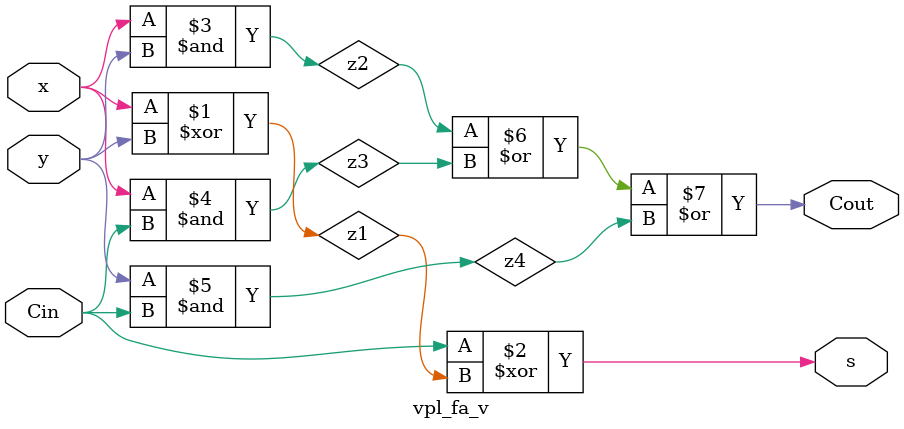
<source format=v>
module vpl_rca_v(s, Cout, x, y, As_Sel);
	output Cout;
	output [3:0] s;
	input [3:0] x,y;
	input As_Sel;
	
	xor(d0,y[0],As_Sel);
	xor(d1,y[1],As_Sel);
	xor(d2,y[2],As_Sel);
	xor(d3,y[3],As_Sel);
	
	vpl_fa_v FA1(s[0],c1,x[0],d0,As_Sel),
		FA2(s[1],c2,x[1],d1,c1),
		FA3(s[2],c3,x[2],d2,c2),
		FA4(s[3],Cout,x[3],d3,c3);

endmodule

module vpl_fa_v (s, Cout, x, y, Cin);
	input Cin, x, y;
	output s, Cout;
	wire z1,z2,z3,z4;
	
		xor (z1, x, y);
		xor (s, Cin, z1);
		and (z2, x, y);
		and (z3, x, Cin);
		and (z4, y, Cin);
		or (Cout, z2, z3, z4);
		
endmodule


</source>
